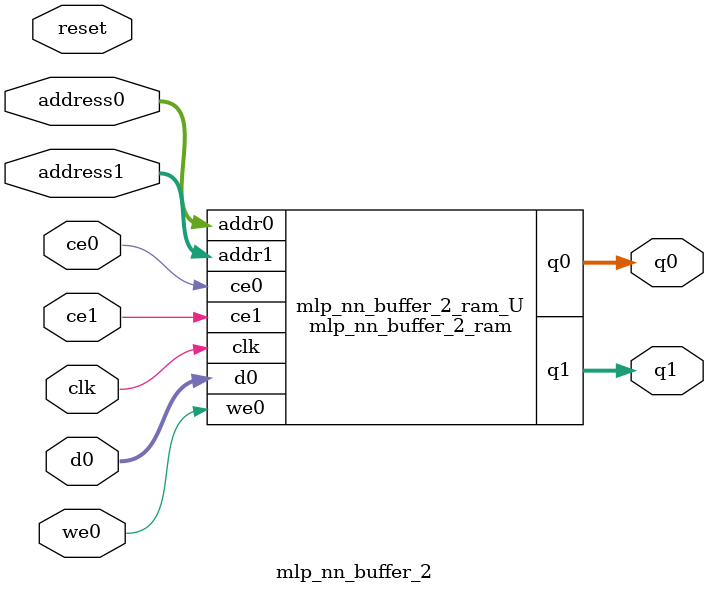
<source format=v>
`timescale 1 ns / 1 ps
module mlp_nn_buffer_2_ram (addr0, ce0, d0, we0, q0, addr1, ce1, q1,  clk);

parameter DWIDTH = 32;
parameter AWIDTH = 6;
parameter MEM_SIZE = 36;

input[AWIDTH-1:0] addr0;
input ce0;
input[DWIDTH-1:0] d0;
input we0;
output reg[DWIDTH-1:0] q0;
input[AWIDTH-1:0] addr1;
input ce1;
output reg[DWIDTH-1:0] q1;
input clk;

reg [DWIDTH-1:0] ram[0:MEM_SIZE-1];




always @(posedge clk)  
begin 
    if (ce0) begin
        if (we0) 
            ram[addr0] <= d0; 
        q0 <= ram[addr0];
    end
end


always @(posedge clk)  
begin 
    if (ce1) begin
        q1 <= ram[addr1];
    end
end


endmodule

`timescale 1 ns / 1 ps
module mlp_nn_buffer_2(
    reset,
    clk,
    address0,
    ce0,
    we0,
    d0,
    q0,
    address1,
    ce1,
    q1);

parameter DataWidth = 32'd32;
parameter AddressRange = 32'd36;
parameter AddressWidth = 32'd6;
input reset;
input clk;
input[AddressWidth - 1:0] address0;
input ce0;
input we0;
input[DataWidth - 1:0] d0;
output[DataWidth - 1:0] q0;
input[AddressWidth - 1:0] address1;
input ce1;
output[DataWidth - 1:0] q1;



mlp_nn_buffer_2_ram mlp_nn_buffer_2_ram_U(
    .clk( clk ),
    .addr0( address0 ),
    .ce0( ce0 ),
    .we0( we0 ),
    .d0( d0 ),
    .q0( q0 ),
    .addr1( address1 ),
    .ce1( ce1 ),
    .q1( q1 ));

endmodule


</source>
